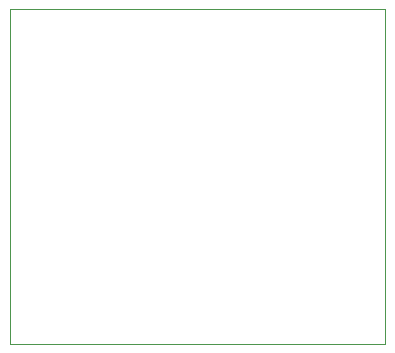
<source format=gbr>
%TF.GenerationSoftware,KiCad,Pcbnew,8.0.8*%
%TF.CreationDate,2025-06-30T12:02:43+05:30*%
%TF.ProjectId,Serial Basic CH340C,53657269-616c-4204-9261-736963204348,rev?*%
%TF.SameCoordinates,Original*%
%TF.FileFunction,Profile,NP*%
%FSLAX46Y46*%
G04 Gerber Fmt 4.6, Leading zero omitted, Abs format (unit mm)*
G04 Created by KiCad (PCBNEW 8.0.8) date 2025-06-30 12:02:43*
%MOMM*%
%LPD*%
G01*
G04 APERTURE LIST*
%TA.AperFunction,Profile*%
%ADD10C,0.050000*%
%TD*%
G04 APERTURE END LIST*
D10*
X103800000Y-47400000D02*
X135600000Y-47400000D01*
X135600000Y-75800000D01*
X103800000Y-75800000D01*
X103800000Y-47400000D01*
M02*

</source>
